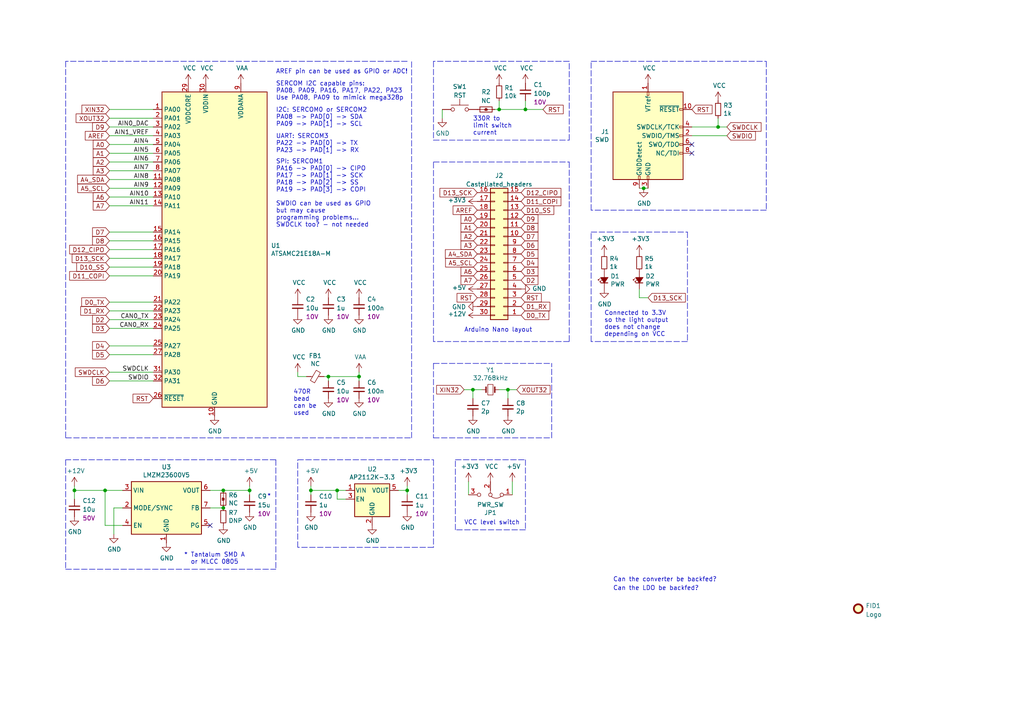
<source format=kicad_sch>
(kicad_sch (version 20211123) (generator eeschema)
  (paper "A4")
  (lib_symbols
    (symbol "Connector:Conn_ARM_JTAG_SWD_10" (pin_names (offset 1.016))
      (property "Reference" "J" (at -2.54 16.51 0))
      (property "Value" "Conn_ARM_JTAG_SWD_10" (at -2.54 13.97 0))
      (symbol "Conn_ARM_JTAG_SWD_10_0_1"
        (rectangle (start -10.16 12.7) (end 10.16 -12.7) (stroke (width 0.254)) (fill (type background)))
        (rectangle (start -2.794 -12.7) (end -2.286 -11.684))
        (rectangle (start -0.254 -12.7) (end 0.254 -11.684))
        (rectangle (start -0.254 12.7) (end 0.254 11.684))
        (rectangle (start 9.144 2.286) (end 10.16 2.794))
        (rectangle (start 10.16 -2.794) (end 9.144 -2.286))
        (rectangle (start 10.16 -0.254) (end 9.144 0.254))
        (rectangle (start 10.16 7.874) (end 9.144 7.366))
      )
      (symbol "Conn_ARM_JTAG_SWD_10_1_1"
        (rectangle (start 9.144 -5.334) (end 10.16 -4.826))
        (pin power_in line (at 0 15.24 270) (length 2.54) (name "VTref") (number "1"))
        (pin open_collector line (at 12.7 7.62 180) (length 2.54) (name "~{RESET}") (number "10"))
        (pin bidirectional line (at 12.7 0 180) (length 2.54) (name "SWDIO/TMS") (number "2"))
        (pin power_in line (at 0 -15.24 90) (length 2.54) (name "GND") (number "3"))
        (pin output line (at 12.7 2.54 180) (length 2.54) (name "SWDCLK/TCK") (number "4"))
        (pin passive line (at 0 -15.24 90) (length 2.54) hide (name "GND") (number "5"))
        (pin input line (at 12.7 -2.54 180) (length 2.54) (name "SWO/TDO") (number "6"))
        (pin no_connect line (at -10.16 0 0) (length 2.54) hide (name "KEY") (number "7"))
        (pin output line (at 12.7 -5.08 180) (length 2.54) (name "NC/TDI") (number "8"))
        (pin passive line (at -2.54 -15.24 90) (length 2.54) (name "GNDDetect") (number "9"))
      )
    )
    (symbol "Connector_Generic:Conn_02x15_Counter_Clockwise" (pin_names (offset 1.016) hide)
      (property "Reference" "J" (at 1.27 20.32 0))
      (property "Value" "Conn_02x15_Counter_Clockwise" (at 1.27 -20.32 0))
      (symbol "Conn_02x15_Counter_Clockwise_1_1"
        (rectangle (start -1.27 -17.653) (end 0 -17.907) (stroke (width 0.1524)))
        (rectangle (start -1.27 -15.113) (end 0 -15.367) (stroke (width 0.1524)))
        (rectangle (start -1.27 -12.573) (end 0 -12.827) (stroke (width 0.1524)))
        (rectangle (start -1.27 -10.033) (end 0 -10.287) (stroke (width 0.1524)))
        (rectangle (start -1.27 -7.493) (end 0 -7.747) (stroke (width 0.1524)))
        (rectangle (start -1.27 -4.953) (end 0 -5.207) (stroke (width 0.1524)))
        (rectangle (start -1.27 -2.413) (end 0 -2.667) (stroke (width 0.1524)))
        (rectangle (start -1.27 0.127) (end 0 -0.127) (stroke (width 0.1524)))
        (rectangle (start -1.27 2.667) (end 0 2.413) (stroke (width 0.1524)))
        (rectangle (start -1.27 5.207) (end 0 4.953) (stroke (width 0.1524)))
        (rectangle (start -1.27 7.747) (end 0 7.493) (stroke (width 0.1524)))
        (rectangle (start -1.27 10.287) (end 0 10.033) (stroke (width 0.1524)))
        (rectangle (start -1.27 12.827) (end 0 12.573) (stroke (width 0.1524)))
        (rectangle (start -1.27 15.367) (end 0 15.113) (stroke (width 0.1524)))
        (rectangle (start -1.27 17.907) (end 0 17.653) (stroke (width 0.1524)))
        (rectangle (start -1.27 19.05) (end 3.81 -19.05) (stroke (width 0.254)) (fill (type background)))
        (rectangle (start 3.81 -17.653) (end 2.54 -17.907) (stroke (width 0.1524)))
        (rectangle (start 3.81 -15.113) (end 2.54 -15.367) (stroke (width 0.1524)))
        (rectangle (start 3.81 -12.573) (end 2.54 -12.827) (stroke (width 0.1524)))
        (rectangle (start 3.81 -10.033) (end 2.54 -10.287) (stroke (width 0.1524)))
        (rectangle (start 3.81 -7.493) (end 2.54 -7.747) (stroke (width 0.1524)))
        (rectangle (start 3.81 -4.953) (end 2.54 -5.207) (stroke (width 0.1524)))
        (rectangle (start 3.81 -2.413) (end 2.54 -2.667) (stroke (width 0.1524)))
        (rectangle (start 3.81 0.127) (end 2.54 -0.127) (stroke (width 0.1524)))
        (rectangle (start 3.81 2.667) (end 2.54 2.413) (stroke (width 0.1524)))
        (rectangle (start 3.81 5.207) (end 2.54 4.953) (stroke (width 0.1524)))
        (rectangle (start 3.81 7.747) (end 2.54 7.493) (stroke (width 0.1524)))
        (rectangle (start 3.81 10.287) (end 2.54 10.033) (stroke (width 0.1524)))
        (rectangle (start 3.81 12.827) (end 2.54 12.573) (stroke (width 0.1524)))
        (rectangle (start 3.81 15.367) (end 2.54 15.113) (stroke (width 0.1524)))
        (rectangle (start 3.81 17.907) (end 2.54 17.653) (stroke (width 0.1524)))
        (pin passive line (at -5.08 17.78 0) (length 3.81) (name "Pin_1") (number "1"))
        (pin passive line (at -5.08 -5.08 0) (length 3.81) (name "Pin_10") (number "10"))
        (pin passive line (at -5.08 -7.62 0) (length 3.81) (name "Pin_11") (number "11"))
        (pin passive line (at -5.08 -10.16 0) (length 3.81) (name "Pin_12") (number "12"))
        (pin passive line (at -5.08 -12.7 0) (length 3.81) (name "Pin_13") (number "13"))
        (pin passive line (at -5.08 -15.24 0) (length 3.81) (name "Pin_14") (number "14"))
        (pin passive line (at -5.08 -17.78 0) (length 3.81) (name "Pin_15") (number "15"))
        (pin passive line (at 7.62 -17.78 180) (length 3.81) (name "Pin_16") (number "16"))
        (pin passive line (at 7.62 -15.24 180) (length 3.81) (name "Pin_17") (number "17"))
        (pin passive line (at 7.62 -12.7 180) (length 3.81) (name "Pin_18") (number "18"))
        (pin passive line (at 7.62 -10.16 180) (length 3.81) (name "Pin_19") (number "19"))
        (pin passive line (at -5.08 15.24 0) (length 3.81) (name "Pin_2") (number "2"))
        (pin passive line (at 7.62 -7.62 180) (length 3.81) (name "Pin_20") (number "20"))
        (pin passive line (at 7.62 -5.08 180) (length 3.81) (name "Pin_21") (number "21"))
        (pin passive line (at 7.62 -2.54 180) (length 3.81) (name "Pin_22") (number "22"))
        (pin passive line (at 7.62 0 180) (length 3.81) (name "Pin_23") (number "23"))
        (pin passive line (at 7.62 2.54 180) (length 3.81) (name "Pin_24") (number "24"))
        (pin passive line (at 7.62 5.08 180) (length 3.81) (name "Pin_25") (number "25"))
        (pin passive line (at 7.62 7.62 180) (length 3.81) (name "Pin_26") (number "26"))
        (pin passive line (at 7.62 10.16 180) (length 3.81) (name "Pin_27") (number "27"))
        (pin passive line (at 7.62 12.7 180) (length 3.81) (name "Pin_28") (number "28"))
        (pin passive line (at 7.62 15.24 180) (length 3.81) (name "Pin_29") (number "29"))
        (pin passive line (at -5.08 12.7 0) (length 3.81) (name "Pin_3") (number "3"))
        (pin passive line (at 7.62 17.78 180) (length 3.81) (name "Pin_30") (number "30"))
        (pin passive line (at -5.08 10.16 0) (length 3.81) (name "Pin_4") (number "4"))
        (pin passive line (at -5.08 7.62 0) (length 3.81) (name "Pin_5") (number "5"))
        (pin passive line (at -5.08 5.08 0) (length 3.81) (name "Pin_6") (number "6"))
        (pin passive line (at -5.08 2.54 0) (length 3.81) (name "Pin_7") (number "7"))
        (pin passive line (at -5.08 0 0) (length 3.81) (name "Pin_8") (number "8"))
        (pin passive line (at -5.08 -2.54 0) (length 3.81) (name "Pin_9") (number "9"))
      )
    )
    (symbol "Device:C_Small" (pin_numbers hide) (pin_names (offset 0.254) hide)
      (property "Reference" "C" (at 0.254 1.778 0))
      (property "Value" "C_Small" (at 0.254 -2.032 0))
      (symbol "C_Small_0_1"
        (polyline (pts (xy -1.524 -0.508) (xy 1.524 -0.508)) (stroke (width 0.3302)))
        (polyline (pts (xy -1.524 0.508) (xy 1.524 0.508)) (stroke (width 0.3048)))
      )
      (symbol "C_Small_1_1"
        (pin passive line (at 0 2.54 270) (length 2.032) (name "~") (number "1"))
        (pin passive line (at 0 -2.54 90) (length 2.032) (name "~") (number "2"))
      )
    )
    (symbol "Device:Crystal_Small" (pin_numbers hide) (pin_names (offset 1.016) hide)
      (property "Reference" "Y" (at 0 2.54 0))
      (property "Value" "Crystal_Small" (at 0 -2.54 0))
      (symbol "Crystal_Small_0_1"
        (rectangle (start -0.762 -1.524) (end 0.762 1.524))
        (polyline (pts (xy -1.27 -0.762) (xy -1.27 0.762)) (stroke (width 0.381)))
        (polyline (pts (xy 1.27 -0.762) (xy 1.27 0.762)) (stroke (width 0.381)))
      )
      (symbol "Crystal_Small_1_1"
        (pin passive line (at -2.54 0 0) (length 1.27) (name "1") (number "1"))
        (pin passive line (at 2.54 0 180) (length 1.27) (name "2") (number "2"))
      )
    )
    (symbol "Device:R_Small" (pin_numbers hide) (pin_names (offset 0.254) hide)
      (property "Reference" "R" (at 0.762 0.508 0))
      (property "Value" "R_Small" (at 0.762 -1.016 0))
      (symbol "R_Small_0_1"
        (rectangle (start -0.762 1.778) (end 0.762 -1.778) (stroke (width 0.2032)))
      )
      (symbol "R_Small_1_1"
        (pin passive line (at 0 2.54 270) (length 0.762) (name "~") (number "1"))
        (pin passive line (at 0 -2.54 90) (length 0.762) (name "~") (number "2"))
      )
    )
    (symbol "Mechanical:Fiducial"
      (property "Reference" "FID" (at 0 5.08 0))
      (property "Value" "Fiducial" (at 0 3.175 0))
      (symbol "Fiducial_0_1"
        (circle (center 0 0) (radius 1.27) (stroke (width 0.508)) (fill (type background)))
      )
    )
    (symbol "Regulator_Linear:AP2112K-3.3" (pin_names (offset 0.254))
      (property "Reference" "U" (at -5.08 5.715 0))
      (property "Value" "AP2112K-3.3" (at 0 5.715 0))
      (symbol "AP2112K-3.3_0_1"
        (rectangle (start -5.08 4.445) (end 5.08 -5.08) (stroke (width 0.254)) (fill (type background)))
      )
      (symbol "AP2112K-3.3_1_1"
        (pin power_in line (at -7.62 2.54 0) (length 2.54) (name "VIN") (number "1"))
        (pin power_in line (at 0 -7.62 90) (length 2.54) (name "GND") (number "2"))
        (pin input line (at -7.62 0 0) (length 2.54) (name "EN") (number "3"))
        (pin no_connect line (at 5.08 0 180) (length 2.54) hide (name "NC") (number "4"))
        (pin power_out line (at 7.62 2.54 180) (length 2.54) (name "VOUT") (number "5"))
      )
    )
    (symbol "Regulator_Switching:LMZM23600V5"
      (property "Reference" "U" (at -8.89 8.89 0))
      (property "Value" "LMZM23600V5" (at 6.35 8.89 0))
      (symbol "LMZM23600V5_0_1"
        (rectangle (start -10.16 7.62) (end 10.16 -7.62) (stroke (width 0.254)) (fill (type background)))
      )
      (symbol "LMZM23600V5_1_1"
        (pin power_in line (at 0 -10.16 90) (length 2.54) (name "GND") (number "1"))
        (pin no_connect line (at -2.54 -7.62 90) (length 2.54) hide (name "~") (number "10"))
        (pin passive line (at 0 -10.16 90) (length 2.54) hide (name "GND") (number "11"))
        (pin input line (at -12.7 0 0) (length 2.54) (name "MODE/SYNC") (number "2"))
        (pin power_in line (at -12.7 5.08 0) (length 2.54) (name "VIN") (number "3"))
        (pin input line (at -12.7 -5.08 0) (length 2.54) (name "EN") (number "4"))
        (pin open_collector line (at 12.7 -5.08 180) (length 2.54) (name "PG") (number "5"))
        (pin power_out line (at 12.7 5.08 180) (length 2.54) (name "VOUT") (number "6"))
        (pin input line (at 12.7 0 180) (length 2.54) (name "FB") (number "7"))
        (pin no_connect line (at 5.08 -7.62 90) (length 2.54) hide (name "~") (number "8"))
        (pin no_connect line (at 2.54 -7.62 90) (length 2.54) hide (name "~") (number "9"))
      )
    )
    (symbol "Switch:SW_Push" (pin_numbers hide) (pin_names (offset 1.016) hide)
      (property "Reference" "SW" (at 1.27 2.54 0))
      (property "Value" "SW_Push" (at 0 -1.524 0))
      (symbol "SW_Push_0_1"
        (circle (center -2.032 0) (radius 0.508))
        (polyline (pts (xy 0 1.27) (xy 0 3.048)))
        (polyline (pts (xy 2.54 1.27) (xy -2.54 1.27)))
        (circle (center 2.032 0) (radius 0.508))
        (pin passive line (at -5.08 0 0) (length 2.54) (name "1") (number "1"))
        (pin passive line (at 5.08 0 180) (length 2.54) (name "2") (number "2"))
      )
    )
    (symbol "global:R_Small_NC" (pin_numbers hide) (pin_names (offset 0.254) hide)
      (property "Reference" "R" (at 0.762 0.508 0))
      (property "Value" "R_Small_NC" (at 0.762 -1.016 0))
      (symbol "R_Small_NC_0_1"
        (rectangle (start -0.762 1.778) (end 0.762 -1.778) (stroke (width 0.2032)))
        (arc (start -0.3556 -0.1524) (mid -0.2304 -0.353) (end 0 -0.4064) (stroke (width 0.1524)))
        (rectangle (start -0.1524 0.1016) (end 0.1524 -0.1016) (stroke (width 0.1524)) (fill (type outline)))
        (polyline (pts (xy -0.3556 -0.1524) (xy 0.3556 -0.1524)) (stroke (width 0.1524)))
        (polyline (pts (xy -0.2032 -0.254) (xy 0.2032 -0.254)) (stroke (width 0.2)))
        (polyline (pts (xy -0.2032 0.254) (xy 0.2032 0.254)) (stroke (width 0.2)))
        (polyline (pts (xy 0 -1.778) (xy 0 -0.4064)) (stroke (width 0.1524)))
        (polyline (pts (xy 0 1.778) (xy 0 0.4064)) (stroke (width 0.1524)))
        (polyline (pts (xy 0.3556 0.1524) (xy -0.3556 0.1524)) (stroke (width 0.1524)))
        (arc (start 0 0.4064) (mid -0.2304 0.353) (end -0.3556 0.1524) (stroke (width 0.1524)))
        (arc (start 0 0.4064) (mid -0.1288 -0.1498) (end 0.3556 0.1524) (stroke (width 0.1524)))
        (arc (start 0.3556 -0.1524) (mid -0.1288 0.1498) (end 0 -0.4064) (stroke (width 0.1524)))
      )
      (symbol "R_Small_NC_1_1"
        (pin passive line (at 0 2.54 270) (length 0.762) (name "~") (number "1"))
        (pin passive line (at 0 -2.54 90) (length 0.762) (name "~") (number "2"))
      )
    )
    (symbol "nano_samc21e-rescue:ATSAMD21E18A-M-MCU_Microchip_SAMD"
      (property "Reference" "U" (at -13.97 46.99 0))
      (property "Value" "ATSAMD21E18A-M-MCU_Microchip_SAMD" (at 16.51 46.99 0))
      (symbol "ATSAMD21E18A-M-MCU_Microchip_SAMD_1_1"
        (rectangle (start -15.24 45.72) (end 15.24 -45.72) (stroke (width 0.254)) (fill (type background)))
        (pin bidirectional line (at -17.78 40.64 0) (length 2.54) (name "PA00") (number "1"))
        (pin power_in line (at 0 -48.26 90) (length 2.54) (name "GND") (number "10"))
        (pin bidirectional line (at -17.78 20.32 0) (length 2.54) (name "PA08") (number "11"))
        (pin bidirectional line (at -17.78 17.78 0) (length 2.54) (name "PA09") (number "12"))
        (pin bidirectional line (at -17.78 15.24 0) (length 2.54) (name "PA10") (number "13"))
        (pin bidirectional line (at -17.78 12.7 0) (length 2.54) (name "PA11") (number "14"))
        (pin bidirectional line (at -17.78 5.08 0) (length 2.54) (name "PA14") (number "15"))
        (pin bidirectional line (at -17.78 2.54 0) (length 2.54) (name "PA15") (number "16"))
        (pin bidirectional line (at -17.78 0 0) (length 2.54) (name "PA16") (number "17"))
        (pin bidirectional line (at -17.78 -2.54 0) (length 2.54) (name "PA17") (number "18"))
        (pin bidirectional line (at -17.78 -5.08 0) (length 2.54) (name "PA18") (number "19"))
        (pin bidirectional line (at -17.78 38.1 0) (length 2.54) (name "PA01") (number "2"))
        (pin bidirectional line (at -17.78 -7.62 0) (length 2.54) (name "PA19") (number "20"))
        (pin bidirectional line (at -17.78 -15.24 0) (length 2.54) (name "PA22") (number "21"))
        (pin bidirectional line (at -17.78 -17.78 0) (length 2.54) (name "PA23") (number "22"))
        (pin bidirectional line (at -17.78 -20.32 0) (length 2.54) (name "PA24") (number "23"))
        (pin bidirectional line (at -17.78 -22.86 0) (length 2.54) (name "PA25") (number "24"))
        (pin bidirectional line (at -17.78 -27.94 0) (length 2.54) (name "PA27") (number "25"))
        (pin input line (at -17.78 -43.18 0) (length 2.54) (name "~{RESET}") (number "26"))
        (pin bidirectional line (at -17.78 -30.48 0) (length 2.54) (name "PA28") (number "27"))
        (pin passive line (at 0 -48.26 90) (length 2.54) hide (name "GND") (number "28"))
        (pin power_out line (at -7.62 48.26 270) (length 2.54) (name "VDDCORE") (number "29"))
        (pin bidirectional line (at -17.78 35.56 0) (length 2.54) (name "PA02") (number "3"))
        (pin power_in line (at -2.54 48.26 270) (length 2.54) (name "VDDIN") (number "30"))
        (pin bidirectional line (at -17.78 -35.56 0) (length 2.54) (name "PA30") (number "31"))
        (pin bidirectional line (at -17.78 -38.1 0) (length 2.54) (name "PA31") (number "32"))
        (pin no_connect line (at 15.24 -43.18 180) (length 2.54) hide (name "EP") (number "33"))
        (pin bidirectional line (at -17.78 33.02 0) (length 2.54) (name "PA03") (number "4"))
        (pin bidirectional line (at -17.78 30.48 0) (length 2.54) (name "PA04") (number "5"))
        (pin bidirectional line (at -17.78 27.94 0) (length 2.54) (name "PA05") (number "6"))
        (pin bidirectional line (at -17.78 25.4 0) (length 2.54) (name "PA06") (number "7"))
        (pin bidirectional line (at -17.78 22.86 0) (length 2.54) (name "PA07") (number "8"))
        (pin power_in line (at 7.62 48.26 270) (length 2.54) (name "VDDANA") (number "9"))
      )
    )
    (symbol "nano_samc21e-rescue:Ferrite_Bead_Small-Device" (pin_numbers hide) (pin_names (offset 0))
      (property "Reference" "FB" (at 1.905 1.27 0))
      (property "Value" "Ferrite_Bead_Small-Device" (at 1.905 -1.27 0))
      (symbol "Ferrite_Bead_Small-Device_0_1"
        (polyline (pts (xy 0 -1.27) (xy 0 -0.7874)))
        (polyline (pts (xy 0 0.889) (xy 0 1.2954)))
        (polyline (pts (xy -1.8288 0.2794) (xy -1.1176 1.4986) (xy 1.8288 -0.2032) (xy 1.1176 -1.4224) (xy -1.8288 0.2794)))
      )
      (symbol "Ferrite_Bead_Small-Device_1_1"
        (pin passive line (at 0 2.54 270) (length 1.27) (name "~") (number "1"))
        (pin passive line (at 0 -2.54 90) (length 1.27) (name "~") (number "2"))
      )
    )
    (symbol "nano_samc21e-rescue:Jumper_3_Bridged12-Jumper" (pin_names (offset 0) hide)
      (property "Reference" "JP" (at -2.54 -2.54 0))
      (property "Value" "Jumper_3_Bridged12-Jumper" (at 0 2.794 0))
      (symbol "Jumper_3_Bridged12-Jumper_0_0"
        (circle (center -3.302 0) (radius 0.508))
        (circle (center 0 0) (radius 0.508))
        (circle (center 3.302 0) (radius 0.508))
      )
      (symbol "Jumper_3_Bridged12-Jumper_0_1"
        (arc (start -0.254 0.508) (mid -1.651 0.9912) (end -3.048 0.508))
        (polyline (pts (xy 0 -1.27) (xy 0 -0.508)))
      )
      (symbol "Jumper_3_Bridged12-Jumper_1_1"
        (pin passive line (at -6.35 0 0) (length 2.54) (name "A") (number "1"))
        (pin input line (at 0 -3.81 90) (length 2.54) (name "C") (number "2"))
        (pin passive line (at 6.35 0 180) (length 2.54) (name "B") (number "3"))
      )
    )
    (symbol "nano_samc21e-rescue:LED_Small_ALT-Device" (pin_numbers hide) (pin_names (offset 0.254) hide)
      (property "Reference" "D" (at -1.27 3.175 0))
      (property "Value" "LED_Small_ALT-Device" (at -4.445 -2.54 0))
      (symbol "LED_Small_ALT-Device_0_1"
        (polyline (pts (xy -0.762 -1.016) (xy -0.762 1.016)) (stroke (width 0.254)))
        (polyline (pts (xy 1.016 0) (xy -0.762 0)))
        (polyline (pts (xy 0.762 -1.016) (xy -0.762 0) (xy 0.762 1.016) (xy 0.762 -1.016)) (stroke (width 0.254)) (fill (type outline)))
        (polyline (pts (xy 0 0.762) (xy -0.508 1.27) (xy -0.254 1.27) (xy -0.508 1.27) (xy -0.508 1.016)))
        (polyline (pts (xy 0.508 1.27) (xy 0 1.778) (xy 0.254 1.778) (xy 0 1.778) (xy 0 1.524)))
      )
      (symbol "LED_Small_ALT-Device_1_1"
        (pin passive line (at -2.54 0 0) (length 1.778) (name "K") (number "1"))
        (pin passive line (at 2.54 0 180) (length 1.778) (name "A") (number "2"))
      )
    )
    (symbol "power:+12V" (power) (pin_names (offset 0))
      (property "Value" "+12V" (at 0 3.556 0))
      (symbol "+12V_0_1"
        (polyline (pts (xy -0.762 1.27) (xy 0 2.54)))
        (polyline (pts (xy 0 0) (xy 0 2.54)))
        (polyline (pts (xy 0 2.54) (xy 0.762 1.27)))
      )
      (symbol "+12V_1_1"
        (pin power_in line (at 0 0 90) (length 0) hide (name "+12V") (number "1"))
      )
    )
    (symbol "power:+3.3V" (power) (pin_names (offset 0))
      (property "Value" "+3.3V" (at 0 3.556 0))
      (symbol "+3.3V_0_1"
        (polyline (pts (xy -0.762 1.27) (xy 0 2.54)))
        (polyline (pts (xy 0 0) (xy 0 2.54)))
        (polyline (pts (xy 0 2.54) (xy 0.762 1.27)))
      )
      (symbol "+3.3V_1_1"
        (pin power_in line (at 0 0 90) (length 0) hide (name "+3V3") (number "1"))
      )
    )
    (symbol "power:+5V" (power) (pin_names (offset 0))
      (property "Value" "+5V" (at 0 3.556 0))
      (symbol "+5V_0_1"
        (polyline (pts (xy -0.762 1.27) (xy 0 2.54)))
        (polyline (pts (xy 0 0) (xy 0 2.54)))
        (polyline (pts (xy 0 2.54) (xy 0.762 1.27)))
      )
      (symbol "+5V_1_1"
        (pin power_in line (at 0 0 90) (length 0) hide (name "+5V") (number "1"))
      )
    )
    (symbol "power:GND" (power) (pin_names (offset 0))
      (property "Value" "GND" (at 0 -3.81 0))
      (symbol "GND_0_1"
        (polyline (pts (xy 0 0) (xy 0 -1.27) (xy 1.27 -1.27) (xy 0 -2.54) (xy -1.27 -1.27) (xy 0 -1.27)))
      )
      (symbol "GND_1_1"
        (pin power_in line (at 0 0 270) (length 0) hide (name "GND") (number "1"))
      )
    )
    (symbol "power:VAA" (power) (pin_names (offset 0))
      (property "Value" "VAA" (at 0 3.81 0))
      (symbol "VAA_0_1"
        (polyline (pts (xy -0.762 1.27) (xy 0 2.54)))
        (polyline (pts (xy 0 0) (xy 0 2.54)))
        (polyline (pts (xy 0 2.54) (xy 0.762 1.27)))
      )
      (symbol "VAA_1_1"
        (pin power_in line (at 0 0 90) (length 0) hide (name "VAA") (number "1"))
      )
    )
    (symbol "power:VCC" (power) (pin_names (offset 0))
      (property "Value" "VCC" (at 0 3.81 0))
      (symbol "VCC_0_1"
        (polyline (pts (xy -0.762 1.27) (xy 0 2.54)))
        (polyline (pts (xy 0 0) (xy 0 2.54)))
        (polyline (pts (xy 0 2.54) (xy 0.762 1.27)))
      )
      (symbol "VCC_1_1"
        (pin power_in line (at 0 0 90) (length 0) hide (name "VCC") (number "1"))
      )
    )
  )
  (junction (at 137.16 113.03))
  (junction (at 147.32 113.03))
  (junction (at 186.69 54.61))
  (junction (at 95.25 109.22))
  (junction (at 21.59 142.24))
  (junction (at 72.39 142.24))
  (junction (at 90.17 142.24))
  (junction (at 118.11 142.24))
  (junction (at 64.77 147.32))
  (junction (at 144.78 31.75))
  (junction (at 104.14 109.22))
  (junction (at 97.79 142.24))
  (junction (at 152.4 31.75))
  (junction (at 64.77 142.24))
  (junction (at 208.28 36.83))
  (junction (at 30.48 142.24))
  (no_connect (at 200.66 44.45))
  (no_connect (at 200.66 41.91))
  (no_connect (at 60.96 152.4))
  (wire (pts (xy 137.16 115.57) (xy 137.16 113.03)))
  (polyline (pts (xy 165.1 99.06) (xy 125.73 99.06)))
  (wire (pts (xy 31.75 54.61) (xy 44.45 54.61)))
  (wire (pts (xy 72.39 142.24) (xy 72.39 143.51)))
  (wire (pts (xy 31.75 74.93) (xy 44.45 74.93)))
  (wire (pts (xy 208.28 36.83) (xy 210.82 36.83)))
  (wire (pts (xy 148.59 139.7) (xy 148.59 143.51)))
  (wire (pts (xy 185.42 54.61) (xy 186.69 54.61)))
  (wire (pts (xy 31.75 34.29) (xy 44.45 34.29)))
  (polyline (pts (xy 132.08 133.35) (xy 152.4 133.35)))
  (wire (pts (xy 35.56 152.4) (xy 30.48 152.4)))
  (wire (pts (xy 33.02 147.32) (xy 35.56 147.32)))
  (wire (pts (xy 152.4 29.21) (xy 152.4 31.75)))
  (wire (pts (xy 31.75 57.15) (xy 44.45 57.15)))
  (wire (pts (xy 33.02 154.94) (xy 33.02 147.32)))
  (wire (pts (xy 185.42 86.36) (xy 187.96 86.36)))
  (wire (pts (xy 21.59 142.24) (xy 21.59 144.78)))
  (polyline (pts (xy 165.1 40.64) (xy 165.1 17.78)))
  (wire (pts (xy 31.75 49.53) (xy 44.45 49.53)))
  (polyline (pts (xy 125.73 158.75) (xy 86.36 158.75)))
  (wire (pts (xy 31.75 69.85) (xy 44.45 69.85)))
  (wire (pts (xy 60.96 147.32) (xy 64.77 147.32)))
  (polyline (pts (xy 165.1 46.99) (xy 165.1 99.06)))
  (wire (pts (xy 31.75 92.71) (xy 44.45 92.71)))
  (wire (pts (xy 200.66 36.83) (xy 208.28 36.83)))
  (wire (pts (xy 135.89 143.51) (xy 135.89 139.7)))
  (polyline (pts (xy 125.73 17.78) (xy 125.73 40.64)))
  (wire (pts (xy 64.77 142.24) (xy 72.39 142.24)))
  (wire (pts (xy 31.75 46.99) (xy 44.45 46.99)))
  (polyline (pts (xy 125.73 40.64) (xy 165.1 40.64)))
  (polyline (pts (xy 19.05 17.78) (xy 19.05 127)))
  (wire (pts (xy 186.69 54.61) (xy 187.96 54.61)))
  (polyline (pts (xy 222.25 60.96) (xy 171.45 60.96)))
  (wire (pts (xy 72.39 140.97) (xy 72.39 142.24)))
  (polyline (pts (xy 19.05 165.1) (xy 80.01 165.1)))
  (polyline (pts (xy 199.39 99.06) (xy 171.45 99.06)))
  (wire (pts (xy 144.78 29.21) (xy 144.78 31.75)))
  (wire (pts (xy 31.75 36.83) (xy 44.45 36.83)))
  (wire (pts (xy 44.45 87.63) (xy 31.75 87.63)))
  (polyline (pts (xy 80.01 133.35) (xy 80.01 165.1)))
  (wire (pts (xy 104.14 109.22) (xy 95.25 109.22)))
  (wire (pts (xy 144.78 31.75) (xy 152.4 31.75)))
  (wire (pts (xy 95.25 109.22) (xy 95.25 110.49)))
  (wire (pts (xy 137.16 113.03) (xy 139.7 113.03)))
  (wire (pts (xy 118.11 143.51) (xy 118.11 142.24)))
  (polyline (pts (xy 152.4 133.35) (xy 152.4 153.67)))
  (wire (pts (xy 31.75 39.37) (xy 44.45 39.37)))
  (polyline (pts (xy 125.73 46.99) (xy 165.1 46.99)))
  (wire (pts (xy 31.75 31.75) (xy 44.45 31.75)))
  (wire (pts (xy 30.48 142.24) (xy 35.56 142.24)))
  (polyline (pts (xy 171.45 67.31) (xy 199.39 67.31)))
  (wire (pts (xy 44.45 80.01) (xy 31.75 80.01)))
  (wire (pts (xy 147.32 113.03) (xy 149.86 113.03)))
  (polyline (pts (xy 125.73 105.41) (xy 160.02 105.41)))
  (wire (pts (xy 30.48 142.24) (xy 30.48 152.4)))
  (wire (pts (xy 88.9 109.22) (xy 86.36 109.22)))
  (wire (pts (xy 134.62 113.03) (xy 137.16 113.03)))
  (wire (pts (xy 60.96 142.24) (xy 64.77 142.24)))
  (wire (pts (xy 90.17 142.24) (xy 97.79 142.24)))
  (wire (pts (xy 31.75 107.95) (xy 44.45 107.95)))
  (wire (pts (xy 208.28 34.29) (xy 208.28 36.83)))
  (polyline (pts (xy 171.45 17.78) (xy 222.25 17.78)))
  (wire (pts (xy 31.75 52.07) (xy 44.45 52.07)))
  (polyline (pts (xy 222.25 17.78) (xy 222.25 60.96)))
  (wire (pts (xy 147.32 115.57) (xy 147.32 113.03)))
  (wire (pts (xy 97.79 142.24) (xy 97.79 144.78)))
  (wire (pts (xy 44.45 100.33) (xy 31.75 100.33)))
  (polyline (pts (xy 125.73 133.35) (xy 125.73 158.75)))
  (wire (pts (xy 21.59 142.24) (xy 30.48 142.24)))
  (wire (pts (xy 44.45 110.49) (xy 31.75 110.49)))
  (wire (pts (xy 44.45 67.31) (xy 31.75 67.31)))
  (wire (pts (xy 44.45 77.47) (xy 31.75 77.47)))
  (wire (pts (xy 86.36 107.95) (xy 86.36 109.22)))
  (wire (pts (xy 97.79 142.24) (xy 100.33 142.24)))
  (wire (pts (xy 31.75 59.69) (xy 44.45 59.69)))
  (polyline (pts (xy 165.1 17.78) (xy 125.73 17.78)))
  (wire (pts (xy 31.75 95.25) (xy 44.45 95.25)))
  (wire (pts (xy 95.25 109.22) (xy 93.98 109.22)))
  (wire (pts (xy 210.82 39.37) (xy 200.66 39.37)))
  (polyline (pts (xy 119.38 127) (xy 119.38 17.78)))
  (wire (pts (xy 143.51 31.75) (xy 144.78 31.75)))
  (wire (pts (xy 104.14 109.22) (xy 104.14 107.95)))
  (wire (pts (xy 185.42 83.82) (xy 185.42 86.36)))
  (wire (pts (xy 90.17 140.97) (xy 90.17 142.24)))
  (wire (pts (xy 152.4 31.75) (xy 157.48 31.75)))
  (polyline (pts (xy 160.02 127) (xy 160.02 105.41)))
  (polyline (pts (xy 152.4 153.67) (xy 132.08 153.67)))
  (wire (pts (xy 31.75 41.91) (xy 44.45 41.91)))
  (polyline (pts (xy 19.05 133.35) (xy 19.05 165.1)))
  (polyline (pts (xy 80.01 133.35) (xy 19.05 133.35)))
  (wire (pts (xy 115.57 142.24) (xy 118.11 142.24)))
  (polyline (pts (xy 199.39 67.31) (xy 199.39 99.06)))
  (wire (pts (xy 31.75 44.45) (xy 44.45 44.45)))
  (wire (pts (xy 44.45 102.87) (xy 31.75 102.87)))
  (polyline (pts (xy 171.45 60.96) (xy 171.45 17.78)))
  (polyline (pts (xy 86.36 133.35) (xy 125.73 133.35)))
  (wire (pts (xy 144.78 113.03) (xy 147.32 113.03)))
  (wire (pts (xy 90.17 143.51) (xy 90.17 142.24)))
  (polyline (pts (xy 125.73 105.41) (xy 125.73 127)))
  (wire (pts (xy 104.14 110.49) (xy 104.14 109.22)))
  (polyline (pts (xy 125.73 99.06) (xy 125.73 46.99)))
  (wire (pts (xy 44.45 90.17) (xy 31.75 90.17)))
  (wire (pts (xy 128.27 31.75) (xy 128.27 34.29)))
  (wire (pts (xy 44.45 72.39) (xy 31.75 72.39)))
  (wire (pts (xy 100.33 144.78) (xy 97.79 144.78)))
  (polyline (pts (xy 132.08 153.67) (xy 132.08 133.35)))
  (polyline (pts (xy 19.05 127) (xy 119.38 127)))
  (polyline (pts (xy 171.45 99.06) (xy 171.45 67.31)))
  (polyline (pts (xy 118.11 17.78) (xy 19.05 17.78)))
  (polyline (pts (xy 125.73 127) (xy 160.02 127)))
  (wire (pts (xy 118.11 142.24) (xy 118.11 140.97)))
  (wire (pts (xy 21.59 140.97) (xy 21.59 142.24)))
  (polyline (pts (xy 86.36 158.75) (xy 86.36 133.35)))
  (text "VCC level switch" (at 134.62 152.4 0) (effects (font (size 1.27 1.27)) (justify left bottom)))
  (text "UART: SERCOM3\nPA22 -> PAD[0] -> TX\nPA23 -> PAD[1] -> RX" (at 80.01 44.45 0) (effects (font (size 1.27 1.27)) (justify left bottom)))
  (text "SPI: SERCOM1\nPA16 -> PAD[0] -> CIPO\nPA17 -> PAD[1] -> SCK\nPA18 -> PAD[2] -> SS\nPA19 -> PAD[3] -> COPI" (at 80.01 55.88 0) (effects (font (size 1.27 1.27)) (justify left bottom)))
  (text "I2C: SERCOM0 or SERCOM2\nPA08 -> PAD[0] -> SDA\nPA09 -> PAD[1] -> SCL\n" (at 80.01 36.83 0) (effects (font (size 1.27 1.27)) (justify left bottom)))
  (text "*" (at 77.47 144.78 0) (effects (font (size 1.27 1.27)) (justify left bottom)))
  (text "Arduino Nano layout" (at 134.62 96.52 0) (effects (font (size 1.27 1.27)) (justify left bottom)))
  (text "AREF pin can be used as GPIO or ADC!" (at 80.01 21.59 0) (effects (font (size 1.27 1.27)) (justify left bottom)))
  (text "SERCOM I2C capable pins:\nPA08, PA09, PA16, PA17, PA22, PA23\nUse PA08, PA09 to mimick mega328p" (at 80.01 29.21 0) (effects (font (size 1.27 1.27)) (justify left bottom)))
  (text "* Tantalum SMD A\n  or MLCC 0805" (at 53.34 163.83 0) (effects (font (size 1.27 1.27)) (justify left bottom)))
  (text "330R to\nlimit switch\ncurrent" (at 137.16 39.37 0) (effects (font (size 1.27 1.27)) (justify left bottom)))
  (text "SWDIO can be used as GPIO\nbut may cause\nprogramming problems...\nSWDCLK too? - not needed" (at 80.01 66.04 0) (effects (font (size 1.27 1.27)) (justify left bottom)))
  (text "Connected to 3.3V\nso the light output\ndoes not change\ndepending on VCC\n" (at 175.26 97.79 0) (effects (font (size 1.27 1.27)) (justify left bottom)))
  (text "Can the converter be backfed?" (at 177.8 168.91 0) (effects (font (size 1.27 1.27)) (justify left bottom)))
  (text "Can the LDO be backfed?" (at 177.8 171.45 0) (effects (font (size 1.27 1.27)) (justify left bottom)))
  (text "470R\nbead\ncan be\nused" (at 85.09 120.65 0) (effects (font (size 1.27 1.27)) (justify left bottom)))
  (label "CAN0_RX" (at 43.18 95.25 180))
  (label "AIN4" (at 43.18 41.91 180))
  (label "AIN6" (at 43.18 46.99 180))
  (label "AIN5" (at 43.18 44.45 180))
  (label "AIN10" (at 43.18 57.15 180))
  (label "AIN11" (at 43.18 59.69 180))
  (label "AIN9" (at 43.18 54.61 180))
  (label "SWDIO" (at 43.18 110.49 180))
  (label "AIN1_VREF" (at 43.18 39.37 180))
  (label "AIN7" (at 43.18 49.53 180))
  (label "AIN0_DAC" (at 43.18 36.83 180))
  (label "AIN8" (at 43.18 52.07 180))
  (label "SWDCLK" (at 43.18 107.95 180))
  (label "CAN0_TX" (at 43.18 92.71 180))
  (global_label "AREF" (shape input) (at 138.43 60.96 180) (property "Intersheet References" "${INTERSHEET_REFS}" (effects hide)))
  (global_label "A6" (shape input) (at 138.43 78.74 180) (property "Intersheet References" "${INTERSHEET_REFS}" (effects hide)))
  (global_label "A3" (shape input) (at 31.75 49.53 180) (property "Intersheet References" "${INTERSHEET_REFS}" (effects hide)))
  (global_label "D9" (shape input) (at 31.75 36.83 180) (property "Intersheet References" "${INTERSHEET_REFS}" (effects hide)))
  (global_label "SWDCLK" (shape input) (at 210.82 36.83 0) (property "Intersheet References" "${INTERSHEET_REFS}" (effects hide)))
  (global_label "D3" (shape input) (at 151.13 78.74 0) (property "Intersheet References" "${INTERSHEET_REFS}" (effects hide)))
  (global_label "D13_SCK" (shape input) (at 31.75 74.93 180) (property "Intersheet References" "${INTERSHEET_REFS}" (effects hide)))
  (global_label "D9" (shape input) (at 151.13 63.5 0) (property "Intersheet References" "${INTERSHEET_REFS}" (effects hide)))
  (global_label "D8" (shape input) (at 151.13 66.04 0) (property "Intersheet References" "${INTERSHEET_REFS}" (effects hide)))
  (global_label "XIN32" (shape input) (at 31.75 31.75 180) (property "Intersheet References" "${INTERSHEET_REFS}" (effects hide)))
  (global_label "D13_SCK" (shape input) (at 187.96 86.36 0) (property "Intersheet References" "${INTERSHEET_REFS}" (effects hide)))
  (global_label "D6" (shape input) (at 31.75 110.49 180) (property "Intersheet References" "${INTERSHEET_REFS}" (effects hide)))
  (global_label "RST" (shape input) (at 44.45 115.57 180) (property "Intersheet References" "${INTERSHEET_REFS}" (effects hide)))
  (global_label "RST" (shape input) (at 138.43 86.36 180) (property "Intersheet References" "${INTERSHEET_REFS}" (effects hide)))
  (global_label "A0" (shape input) (at 138.43 63.5 180) (property "Intersheet References" "${INTERSHEET_REFS}" (effects hide)))
  (global_label "D1_RX" (shape input) (at 31.75 90.17 180) (property "Intersheet References" "${INTERSHEET_REFS}" (effects hide)))
  (global_label "D10_SS" (shape input) (at 151.13 60.96 0) (property "Intersheet References" "${INTERSHEET_REFS}" (effects hide)))
  (global_label "A1" (shape input) (at 31.75 44.45 180) (property "Intersheet References" "${INTERSHEET_REFS}" (effects hide)))
  (global_label "D12_CIPO" (shape input) (at 151.13 55.88 0) (property "Intersheet References" "${INTERSHEET_REFS}" (effects hide)))
  (global_label "A7" (shape input) (at 138.43 81.28 180) (property "Intersheet References" "${INTERSHEET_REFS}" (effects hide)))
  (global_label "A5_SCL" (shape input) (at 31.75 54.61 180) (property "Intersheet References" "${INTERSHEET_REFS}" (effects hide)))
  (global_label "D7" (shape input) (at 151.13 68.58 0) (property "Intersheet References" "${INTERSHEET_REFS}" (effects hide)))
  (global_label "D4" (shape input) (at 151.13 76.2 0) (property "Intersheet References" "${INTERSHEET_REFS}" (effects hide)))
  (global_label "RST" (shape input) (at 200.66 31.75 0) (property "Intersheet References" "${INTERSHEET_REFS}" (effects hide)))
  (global_label "D2" (shape input) (at 31.75 92.71 180) (property "Intersheet References" "${INTERSHEET_REFS}" (effects hide)))
  (global_label "RST" (shape input) (at 151.13 86.36 0) (property "Intersheet References" "${INTERSHEET_REFS}" (effects hide)))
  (global_label "A6" (shape input) (at 31.75 57.15 180) (property "Intersheet References" "${INTERSHEET_REFS}" (effects hide)))
  (global_label "A0" (shape input) (at 31.75 41.91 180) (property "Intersheet References" "${INTERSHEET_REFS}" (effects hide)))
  (global_label "A4_SDA" (shape input) (at 138.43 73.66 180) (property "Intersheet References" "${INTERSHEET_REFS}" (effects hide)))
  (global_label "D2" (shape input) (at 151.13 81.28 0) (property "Intersheet References" "${INTERSHEET_REFS}" (effects hide)))
  (global_label "A1" (shape input) (at 138.43 66.04 180) (property "Intersheet References" "${INTERSHEET_REFS}" (effects hide)))
  (global_label "D8" (shape input) (at 31.75 69.85 180) (property "Intersheet References" "${INTERSHEET_REFS}" (effects hide)))
  (global_label "A5_SCL" (shape input) (at 138.43 76.2 180) (property "Intersheet References" "${INTERSHEET_REFS}" (effects hide)))
  (global_label "D1_RX" (shape input) (at 151.13 88.9 0) (property "Intersheet References" "${INTERSHEET_REFS}" (effects hide)))
  (global_label "A2" (shape input) (at 31.75 46.99 180) (property "Intersheet References" "${INTERSHEET_REFS}" (effects hide)))
  (global_label "D6" (shape input) (at 151.13 71.12 0) (property "Intersheet References" "${INTERSHEET_REFS}" (effects hide)))
  (global_label "D7" (shape input) (at 31.75 67.31 180) (property "Intersheet References" "${INTERSHEET_REFS}" (effects hide)))
  (global_label "AREF" (shape input) (at 31.75 39.37 180) (property "Intersheet References" "${INTERSHEET_REFS}" (effects hide)))
  (global_label "RST" (shape input) (at 157.48 31.75 0) (property "Intersheet References" "${INTERSHEET_REFS}" (effects hide)))
  (global_label "D5" (shape input) (at 31.75 102.87 180) (property "Intersheet References" "${INTERSHEET_REFS}" (effects hide)))
  (global_label "A4_SDA" (shape input) (at 31.75 52.07 180) (property "Intersheet References" "${INTERSHEET_REFS}" (effects hide)))
  (global_label "A3" (shape input) (at 138.43 71.12 180) (property "Intersheet References" "${INTERSHEET_REFS}" (effects hide)))
  (global_label "D0_TX" (shape input) (at 31.75 87.63 180) (property "Intersheet References" "${INTERSHEET_REFS}" (effects hide)))
  (global_label "D0_TX" (shape input) (at 151.13 91.44 0) (property "Intersheet References" "${INTERSHEET_REFS}" (effects hide)))
  (global_label "D11_COPI" (shape input) (at 151.13 58.42 0) (property "Intersheet References" "${INTERSHEET_REFS}" (effects hide)))
  (global_label "D12_CIPO" (shape input) (at 31.75 72.39 180) (property "Intersheet References" "${INTERSHEET_REFS}" (effects hide)))
  (global_label "SWDCLK" (shape input) (at 31.75 107.95 180) (property "Intersheet References" "${INTERSHEET_REFS}" (effects hide)))
  (global_label "SWDIO" (shape input) (at 210.82 39.37 0) (property "Intersheet References" "${INTERSHEET_REFS}" (effects hide)))
  (global_label "D10_SS" (shape input) (at 31.75 77.47 180) (property "Intersheet References" "${INTERSHEET_REFS}" (effects hide)))
  (global_label "D11_COPI" (shape input) (at 31.75 80.01 180) (property "Intersheet References" "${INTERSHEET_REFS}" (effects hide)))
  (global_label "D13_SCK" (shape input) (at 138.43 55.88 180) (property "Intersheet References" "${INTERSHEET_REFS}" (effects hide)))
  (global_label "D3" (shape input) (at 31.75 95.25 180) (property "Intersheet References" "${INTERSHEET_REFS}" (effects hide)))
  (global_label "XOUT32" (shape input) (at 31.75 34.29 180) (property "Intersheet References" "${INTERSHEET_REFS}" (effects hide)))
  (global_label "XIN32" (shape input) (at 134.62 113.03 180) (property "Intersheet References" "${INTERSHEET_REFS}" (effects hide)))
  (global_label "D5" (shape input) (at 151.13 73.66 0) (property "Intersheet References" "${INTERSHEET_REFS}" (effects hide)))
  (global_label "A2" (shape input) (at 138.43 68.58 180) (property "Intersheet References" "${INTERSHEET_REFS}" (effects hide)))
  (global_label "D4" (shape input) (at 31.75 100.33 180) (property "Intersheet References" "${INTERSHEET_REFS}" (effects hide)))
  (global_label "XOUT32" (shape input) (at 149.86 113.03 0) (property "Intersheet References" "${INTERSHEET_REFS}" (effects hide)))
  (global_label "A7" (shape input) (at 31.75 59.69 180) (property "Intersheet References" "${INTERSHEET_REFS}" (effects hide)))
  (symbol (lib_id "Connector_Generic:Conn_02x15_Counter_Clockwise") (at 146.05 73.66 180) (unit 1)
    (property "Reference" "J2" (at 144.78 50.9102 0))
    (property "Value" "Castellated_headers" (at 144.78 53.4471 0))
    (property "Footprint" "global:Arduino_Nano_castellated" (effects hide))
  )
  (symbol (lib_id "power:GND") (at 151.13 83.82 90) (unit 1)
    (property "Reference" "#PWR014" (effects hide))
    (property "Value" "GND" (at 154.3812 83.693 90) (effects (justify right)))
  )
  (symbol (lib_id "power:+3.3V") (at 138.43 58.42 90) (unit 1)
    (property "Reference" "#PWR010" (effects hide))
    (property "Value" "+3.3V" (at 135.1788 58.039 90) (effects (justify left)))
  )
  (symbol (lib_id "power:+5V") (at 138.43 83.82 90) (unit 1)
    (property "Reference" "#PWR013" (effects hide))
    (property "Value" "+5V" (at 135.1788 83.439 90) (effects (justify left)))
  )
  (symbol (lib_id "power:+12V") (at 138.43 91.44 90) (unit 1)
    (property "Reference" "#PWR023" (effects hide))
    (property "Value" "+12V" (at 135.1788 91.059 90) (effects (justify left)))
  )
  (symbol (lib_id "power:GND") (at 138.43 88.9 270) (unit 1)
    (property "Reference" "#PWR019" (effects hide))
    (property "Value" "GND" (at 135.1788 89.027 90) (effects (justify right)))
  )
  (symbol (lib_id "nano_samc21e-rescue:ATSAMD21E18A-M-MCU_Microchip_SAMD") (at 62.23 72.39 0) (unit 1)
    (property "Reference" "U1" (at 78.5876 71.2216 0) (effects (justify left)))
    (property "Value" "ATSAMC21E18A-M" (at 78.5876 73.533 0) (effects (justify left)))
    (property "Footprint" "Package_DFN_QFN:QFN-32-1EP_5x5mm_P0.5mm_EP3.6x3.6mm" (effects hide))
  )
  (symbol (lib_id "power:VCC") (at 54.61 24.13 0) (unit 1)
    (property "Reference" "#PWR01" (effects hide))
    (property "Value" "VCC" (at 54.991 19.7358 0))
  )
  (symbol (lib_id "power:VCC") (at 59.69 24.13 0) (unit 1)
    (property "Reference" "#PWR02" (effects hide))
    (property "Value" "VCC" (at 60.071 19.7358 0))
  )
  (symbol (lib_id "power:VAA") (at 69.85 24.13 0) (unit 1)
    (property "Reference" "#PWR03" (effects hide))
    (property "Value" "VAA" (at 70.231 19.7358 0))
  )
  (symbol (lib_id "power:GND") (at 62.23 120.65 0) (unit 1)
    (property "Reference" "#PWR028" (effects hide))
    (property "Value" "GND" (at 62.357 125.0442 0))
  )
  (symbol (lib_id "Connector:Conn_ARM_JTAG_SWD_10") (at 187.96 39.37 0) (unit 1)
    (property "Reference" "J1" (at 176.7078 38.2016 0) (effects (justify right)))
    (property "Value" "SWD" (at 176.7078 40.513 0) (effects (justify right)))
    (property "Footprint" "Connector_PinHeader_1.27mm:PinHeader_2x05_P1.27mm_Vertical_SMD" (effects hide))
    (property "Datasheet" "http://infocenter.arm.com/help/topic/com.arm.doc.ddi0314h/DDI0314H_coresight_components_trm.pdf" (effects hide))
  )
  (symbol (lib_id "power:VCC") (at 187.96 24.13 0) (unit 1)
    (property "Reference" "#PWR06" (effects hide))
    (property "Value" "VCC" (at 188.341 19.7358 0))
  )
  (symbol (lib_id "power:GND") (at 186.69 54.61 0) (unit 1)
    (property "Reference" "#PWR09" (effects hide))
    (property "Value" "GND" (at 186.817 59.0042 0))
  )
  (symbol (lib_id "Device:R_Small") (at 208.28 31.75 0) (unit 1)
    (property "Reference" "R3" (at 209.7786 30.5816 0) (effects (justify left)))
    (property "Value" "1k" (at 209.7786 32.893 0) (effects (justify left)))
    (property "Footprint" "global:0603_minimalist" (effects hide))
  )
  (symbol (lib_id "power:VCC") (at 208.28 29.21 0) (unit 1)
    (property "Reference" "#PWR07" (effects hide))
    (property "Value" "VCC" (at 208.661 24.8158 0))
  )
  (symbol (lib_id "Regulator_Switching:LMZM23600V5") (at 48.26 147.32 0) (unit 1)
    (property "Reference" "U3" (at 48.26 135.4582 0))
    (property "Value" "LMZM23600V5" (at 48.26 137.7696 0))
    (property "Footprint" "global:LMZM2360X" (effects hide))
    (property "Datasheet" "http://www.ti.com/lit/ds/symlink/lmzm23600.pdf" (effects hide))
  )
  (symbol (lib_id "power:GND") (at 48.26 157.48 0) (unit 1)
    (property "Reference" "#PWR045" (effects hide))
    (property "Value" "GND" (at 48.387 161.8742 0))
  )
  (symbol (lib_id "power:GND") (at 33.02 154.94 0) (unit 1)
    (property "Reference" "#PWR044" (effects hide))
    (property "Value" "GND" (at 33.147 159.3342 0))
  )
  (symbol (lib_id "Device:C_Small") (at 21.59 147.32 0) (unit 1)
    (property "Reference" "C12" (at 23.9141 145.2232 0) (effects (justify left)))
    (property "Value" "10u" (at 23.9141 147.7601 0) (effects (justify left)))
    (property "Footprint" "Capacitor_SMD:C_1210_3225Metric" (effects hide))
    (property "Rating" "50V" (at 23.9141 150.297 0) (effects (justify left)))
  )
  (symbol (lib_id "Device:C_Small") (at 72.39 146.05 0) (unit 1)
    (property "Reference" "C9" (at 74.7141 143.9532 0) (effects (justify left)))
    (property "Value" "15u" (at 74.7141 146.4901 0) (effects (justify left)))
    (property "Footprint" "Capacitor_SMD:C_1206_3216Metric" (effects hide))
    (property "Rating" "10V" (at 74.7141 149.027 0) (effects (justify left)))
  )
  (symbol (lib_id "global:R_Small_NC") (at 64.77 144.78 0) (unit 1)
    (property "Reference" "R6" (at 66.2686 143.6116 0) (effects (justify left)))
    (property "Value" "NC" (at 66.2686 145.923 0) (effects (justify left)))
    (property "Footprint" "global:0402_NC_minimalist" (effects hide))
  )
  (symbol (lib_id "Device:R_Small") (at 64.77 149.86 0) (unit 1)
    (property "Reference" "R7" (at 66.2686 148.6916 0) (effects (justify left)))
    (property "Value" "DNP" (at 66.2686 151.003 0) (effects (justify left)))
    (property "Footprint" "global:0402_minimalist" (effects hide))
  )
  (symbol (lib_id "power:GND") (at 64.77 152.4 0) (unit 1)
    (property "Reference" "#PWR042" (effects hide))
    (property "Value" "GND" (at 64.897 156.7942 0))
  )
  (symbol (lib_id "power:GND") (at 72.39 148.59 0) (unit 1)
    (property "Reference" "#PWR038" (effects hide))
    (property "Value" "GND" (at 72.517 152.9842 0))
  )
  (symbol (lib_id "power:+5V") (at 72.39 140.97 0) (unit 1)
    (property "Reference" "#PWR035" (effects hide))
    (property "Value" "+5V" (at 72.771 136.5758 0))
  )
  (symbol (lib_id "power:GND") (at 21.59 149.86 0) (unit 1)
    (property "Reference" "#PWR041" (effects hide))
    (property "Value" "GND" (at 21.717 154.2542 0))
  )
  (symbol (lib_id "power:+12V") (at 21.59 140.97 0) (unit 1)
    (property "Reference" "#PWR034" (effects hide))
    (property "Value" "+12V" (at 21.971 136.5758 0))
  )
  (symbol (lib_id "power:GND") (at 104.14 91.44 0) (unit 1)
    (property "Reference" "#PWR022" (effects hide))
    (property "Value" "GND" (at 104.267 95.8342 0))
  )
  (symbol (lib_id "power:GND") (at 95.25 91.44 0) (unit 1)
    (property "Reference" "#PWR021" (effects hide))
    (property "Value" "GND" (at 95.377 95.8342 0))
  )
  (symbol (lib_id "power:VCC") (at 104.14 86.36 0) (unit 1)
    (property "Reference" "#PWR018" (effects hide))
    (property "Value" "VCC" (at 104.521 81.9658 0))
  )
  (symbol (lib_id "power:VCC") (at 95.25 86.36 0) (unit 1)
    (property "Reference" "#PWR017" (effects hide))
    (property "Value" "VCC" (at 95.631 81.9658 0))
  )
  (symbol (lib_id "power:GND") (at 86.36 91.44 0) (unit 1)
    (property "Reference" "#PWR020" (effects hide))
    (property "Value" "GND" (at 86.487 95.8342 0))
  )
  (symbol (lib_id "power:VCC") (at 86.36 86.36 0) (unit 1)
    (property "Reference" "#PWR016" (effects hide))
    (property "Value" "VCC" (at 86.741 81.9658 0))
  )
  (symbol (lib_id "power:GND") (at 95.25 115.57 0) (unit 1)
    (property "Reference" "#PWR026" (effects hide))
    (property "Value" "GND" (at 95.377 119.9642 0))
  )
  (symbol (lib_id "power:GND") (at 104.14 115.57 0) (unit 1)
    (property "Reference" "#PWR027" (effects hide))
    (property "Value" "GND" (at 104.267 119.9642 0))
  )
  (symbol (lib_id "power:VCC") (at 86.36 107.95 0) (unit 1)
    (property "Reference" "#PWR024" (effects hide))
    (property "Value" "VCC" (at 86.741 103.5558 0))
  )
  (symbol (lib_id "Device:C_Small") (at 95.25 113.03 0) (unit 1)
    (property "Reference" "C5" (at 97.5741 110.9332 0) (effects (justify left)))
    (property "Value" "10u" (at 97.5741 113.4701 0) (effects (justify left)))
    (property "Footprint" "global:0603_minimalist" (effects hide))
    (property "Rating" "10V" (at 97.5741 116.007 0) (effects (justify left)))
  )
  (symbol (lib_id "power:VAA") (at 104.14 107.95 0) (unit 1)
    (property "Reference" "#PWR025" (effects hide))
    (property "Value" "VAA" (at 104.521 103.5558 0))
  )
  (symbol (lib_id "nano_samc21e-rescue:Ferrite_Bead_Small-Device") (at 91.44 109.22 270) (unit 1)
    (property "Reference" "FB1" (at 91.44 103.2002 90))
    (property "Value" "NC" (at 91.44 105.5116 90))
    (property "Footprint" "global:0603_NC_minimalist" (effects hide))
  )
  (symbol (lib_id "nano_samc21e-rescue:Jumper_3_Bridged12-Jumper") (at 142.24 143.51 180) (unit 1)
    (property "Reference" "JP1" (at 142.24 148.6916 0))
    (property "Value" "PWR_SW" (at 142.24 146.3802 0))
    (property "Footprint" "global:0603_3pos_jumper" (effects hide))
  )
  (symbol (lib_id "power:VCC") (at 142.24 139.7 0) (unit 1)
    (property "Reference" "#PWR032" (effects hide))
    (property "Value" "VCC" (at 142.621 135.3058 0))
  )
  (symbol (lib_id "power:+5V") (at 148.59 139.7 0) (unit 1)
    (property "Reference" "#PWR033" (effects hide))
    (property "Value" "+5V" (at 148.971 135.3058 0))
  )
  (symbol (lib_id "power:+3.3V") (at 135.89 139.7 0) (unit 1)
    (property "Reference" "#PWR031" (effects hide))
    (property "Value" "+3.3V" (at 136.271 135.3058 0))
  )
  (symbol (lib_id "Device:C_Small") (at 137.16 118.11 0) (unit 1)
    (property "Reference" "C7" (at 139.4968 116.9416 0) (effects (justify left)))
    (property "Value" "2p" (at 139.4968 119.253 0) (effects (justify left)))
    (property "Footprint" "global:0402_minimalist" (effects hide))
  )
  (symbol (lib_id "Device:C_Small") (at 147.32 118.11 0) (unit 1)
    (property "Reference" "C8" (at 149.6568 116.9416 0) (effects (justify left)))
    (property "Value" "2p" (at 149.6568 119.253 0) (effects (justify left)))
    (property "Footprint" "global:0402_minimalist" (effects hide))
  )
  (symbol (lib_id "Device:Crystal_Small") (at 142.24 113.03 0) (unit 1)
    (property "Reference" "Y1" (at 142.24 107.315 0))
    (property "Value" "32.768kHz" (at 142.24 109.6264 0))
    (property "Footprint" "Crystal:Crystal_SMD_2012-2Pin_2.0x1.2mm" (effects hide))
  )
  (symbol (lib_id "power:GND") (at 147.32 120.65 0) (unit 1)
    (property "Reference" "#PWR030" (effects hide))
    (property "Value" "GND" (at 147.447 125.0442 0))
  )
  (symbol (lib_id "power:GND") (at 137.16 120.65 0) (unit 1)
    (property "Reference" "#PWR029" (effects hide))
    (property "Value" "GND" (at 137.287 125.0442 0))
  )
  (symbol (lib_id "Regulator_Linear:AP2112K-3.3") (at 107.95 144.78 0) (unit 1)
    (property "Reference" "U2" (at 107.95 136.0932 0))
    (property "Value" "AP2112K-3.3" (at 107.95 138.4046 0))
    (property "Footprint" "Package_TO_SOT_SMD:SOT-23-5" (effects hide))
    (property "Datasheet" "https://www.diodes.com/assets/Datasheets/AP2112.pdf" (effects hide))
  )
  (symbol (lib_id "power:+3.3V") (at 118.11 140.97 0) (unit 1)
    (property "Reference" "#PWR037" (effects hide))
    (property "Value" "+3.3V" (at 118.491 136.5758 0))
  )
  (symbol (lib_id "power:GND") (at 90.17 148.59 0) (unit 1)
    (property "Reference" "#PWR039" (effects hide))
    (property "Value" "GND" (at 90.297 152.9842 0))
  )
  (symbol (lib_id "power:GND") (at 118.11 148.59 0) (unit 1)
    (property "Reference" "#PWR040" (effects hide))
    (property "Value" "GND" (at 118.237 152.9842 0))
  )
  (symbol (lib_id "power:GND") (at 107.95 152.4 0) (unit 1)
    (property "Reference" "#PWR043" (effects hide))
    (property "Value" "GND" (at 108.077 156.7942 0))
  )
  (symbol (lib_id "nano_samc21e-rescue:LED_Small_ALT-Device") (at 175.26 81.28 90) (unit 1)
    (property "Reference" "D1" (at 177.038 80.1116 90) (effects (justify right)))
    (property "Value" "PWR" (at 177.038 82.423 90) (effects (justify right)))
    (property "Footprint" "LED_SMD:LED_0603_1608Metric" (effects hide))
  )
  (symbol (lib_id "Device:R_Small") (at 175.26 76.2 0) (unit 1)
    (property "Reference" "R4" (at 176.7586 75.0316 0) (effects (justify left)))
    (property "Value" "1k" (at 176.7586 77.343 0) (effects (justify left)))
    (property "Footprint" "global:0603_minimalist" (effects hide))
  )
  (symbol (lib_id "Device:R_Small") (at 185.42 76.2 0) (unit 1)
    (property "Reference" "R5" (at 186.9186 75.0316 0) (effects (justify left)))
    (property "Value" "1k" (at 186.9186 77.343 0) (effects (justify left)))
    (property "Footprint" "global:0603_minimalist" (effects hide))
  )
  (symbol (lib_id "power:GND") (at 175.26 83.82 0) (unit 1)
    (property "Reference" "#PWR015" (effects hide))
    (property "Value" "GND" (at 175.387 88.2142 0))
  )
  (symbol (lib_id "power:+3.3V") (at 175.26 73.66 0) (unit 1)
    (property "Reference" "#PWR011" (effects hide))
    (property "Value" "+3.3V" (at 175.641 69.2658 0))
  )
  (symbol (lib_id "power:+3.3V") (at 185.42 73.66 0) (unit 1)
    (property "Reference" "#PWR012" (effects hide))
    (property "Value" "+3.3V" (at 185.801 69.2658 0))
  )
  (symbol (lib_id "power:+5V") (at 90.17 140.97 0) (unit 1)
    (property "Reference" "#PWR036" (effects hide))
    (property "Value" "+5V" (at 90.551 136.5758 0))
  )
  (symbol (lib_id "Device:C_Small") (at 152.4 26.67 0) (unit 1)
    (property "Reference" "C1" (at 154.7241 24.5732 0) (effects (justify left)))
    (property "Value" "100p" (at 154.7241 27.1101 0) (effects (justify left)))
    (property "Footprint" "global:0603_minimalist" (effects hide))
    (property "Rating" "10V" (at 154.7241 29.647 0) (effects (justify left)))
  )
  (symbol (lib_id "Device:C_Small") (at 90.17 146.05 0) (unit 1)
    (property "Reference" "C10" (at 92.4941 143.9532 0) (effects (justify left)))
    (property "Value" "1u" (at 92.4941 146.4901 0) (effects (justify left)))
    (property "Footprint" "global:0603_minimalist" (effects hide))
    (property "Rating" "10V" (at 92.4941 149.027 0) (effects (justify left)))
  )
  (symbol (lib_id "global:R_Small_NC") (at 140.97 31.75 90) (unit 1)
    (property "Reference" "R2" (at 140.97 26.67 90))
    (property "Value" "NC" (at 140.97 29.21 90))
    (property "Footprint" "global:0402_NC_minimalist" (effects hide))
  )
  (symbol (lib_id "Switch:SW_Push") (at 133.35 31.75 0) (unit 1)
    (property "Reference" "SW1" (at 133.35 25.1292 0))
    (property "Value" "RST" (at 133.35 27.6661 0))
    (property "Footprint" "global:SW_Push_Alps_SKRK" (effects hide))
  )
  (symbol (lib_id "Device:C_Small") (at 118.11 146.05 0) (unit 1)
    (property "Reference" "C11" (at 120.4341 143.9532 0) (effects (justify left)))
    (property "Value" "1u" (at 120.4341 146.4901 0) (effects (justify left)))
    (property "Footprint" "global:0603_minimalist" (effects hide))
    (property "Rating" "10V" (at 120.4341 149.027 0) (effects (justify left)))
  )
  (symbol (lib_id "power:GND") (at 128.27 34.29 0) (unit 1)
    (property "Reference" "#PWR08" (effects hide))
    (property "Value" "GND" (at 128.397 38.6842 0))
  )
  (symbol (lib_id "Device:R_Small") (at 144.78 26.67 0) (unit 1)
    (property "Reference" "R1" (at 146.2786 25.5016 0) (effects (justify left)))
    (property "Value" "10k" (at 146.2786 27.813 0) (effects (justify left)))
    (property "Footprint" "global:0603_minimalist" (effects hide))
  )
  (symbol (lib_id "Mechanical:Fiducial") (at 248.92 176.53 0) (unit 1)
    (property "Reference" "FID1" (at 251.079 175.6953 0) (effects (justify left)))
    (property "Value" "Logo" (at 251.079 178.2322 0) (effects (justify left)))
    (property "Footprint" "global:Logo" (effects hide))
  )
  (symbol (lib_id "Device:C_Small") (at 104.14 88.9 0) (unit 1)
    (property "Reference" "C4" (at 106.4641 86.8032 0) (effects (justify left)))
    (property "Value" "100n" (at 106.4641 89.3401 0) (effects (justify left)))
    (property "Footprint" "global:0402_minimalist" (effects hide))
    (property "Rating" "10V" (at 106.4641 91.877 0) (effects (justify left)))
  )
  (symbol (lib_id "Device:C_Small") (at 95.25 88.9 0) (unit 1)
    (property "Reference" "C3" (at 97.5741 86.8032 0) (effects (justify left)))
    (property "Value" "1u" (at 97.5741 89.3401 0) (effects (justify left)))
    (property "Footprint" "global:0603_minimalist" (effects hide))
    (property "Rating" "10V" (at 97.5741 91.877 0) (effects (justify left)))
  )
  (symbol (lib_id "nano_samc21e-rescue:LED_Small_ALT-Device") (at 185.42 81.28 90) (unit 1)
    (property "Reference" "D2" (at 187.198 80.1116 90) (effects (justify right)))
    (property "Value" "PWR" (at 187.198 82.423 90) (effects (justify right)))
    (property "Footprint" "LED_SMD:LED_0603_1608Metric" (effects hide))
  )
  (symbol (lib_id "power:VCC") (at 144.78 24.13 0) (unit 1)
    (property "Reference" "#PWR04" (effects hide))
    (property "Value" "VCC" (at 145.161 19.7358 0))
  )
  (symbol (lib_id "Device:C_Small") (at 104.14 113.03 0) (unit 1)
    (property "Reference" "C6" (at 106.4641 110.9332 0) (effects (justify left)))
    (property "Value" "100n" (at 106.4641 113.4701 0) (effects (justify left)))
    (property "Footprint" "global:0402_minimalist" (effects hide))
    (property "Rating" "10V" (at 106.4641 116.007 0) (effects (justify left)))
  )
  (symbol (lib_id "Device:C_Small") (at 86.36 88.9 0) (unit 1)
    (property "Reference" "C2" (at 88.6841 86.8032 0) (effects (justify left)))
    (property "Value" "10u" (at 88.6841 89.3401 0) (effects (justify left)))
    (property "Footprint" "global:0603_minimalist" (effects hide))
    (property "Rating" "10V" (at 88.6841 91.877 0) (effects (justify left)))
  )
  (symbol (lib_id "power:VCC") (at 152.4 24.13 0) (unit 1)
    (property "Reference" "#PWR05" (effects hide))
    (property "Value" "VCC" (at 152.781 19.7358 0))
  )
)
</source>
